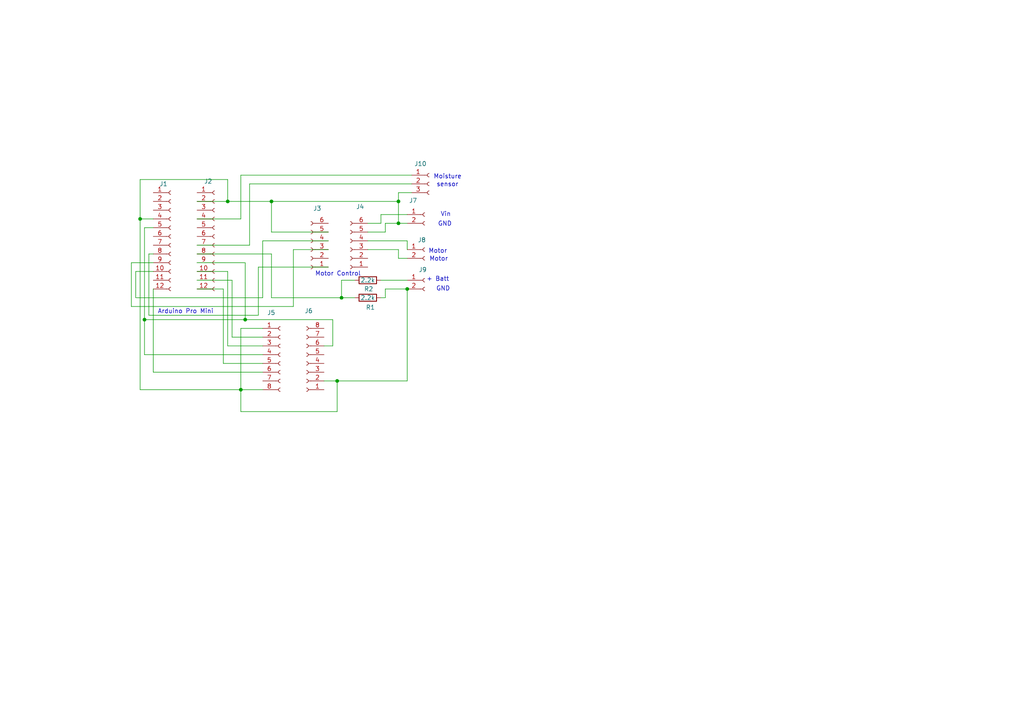
<source format=kicad_sch>
(kicad_sch (version 20231120) (generator "eeschema") (generator_version "8.0")
  (paper "A4")
  (lib_symbols
    (symbol "Connector:Conn_01x02_Socket" (pin_names (offset 1.016) hide)
      (property "Reference" "J" (at 0 2.54 0))
      (property "Value" "Conn_01x02_Socket" (at 0 -5.08 0))
      (symbol "Conn_01x02_Socket_1_1"
        (arc (start 0 -2.032) (mid -0.5058 -2.54) (end 0 -3.048) (stroke (width 0.1524)))
        (polyline (pts (xy -1.27 -2.54) (xy -0.508 -2.54)) (stroke (width 0.1524)))
        (polyline (pts (xy -1.27 0) (xy -0.508 0)) (stroke (width 0.1524)))
        (arc (start 0 0.508) (mid -0.5058 0) (end 0 -0.508) (stroke (width 0.1524)))
        (pin passive line (at -5.08 0 0) (length 3.81) (name "Pin_1") (number "1"))
        (pin passive line (at -5.08 -2.54 0) (length 3.81) (name "Pin_2") (number "2"))
      )
    )
    (symbol "Connector:Conn_01x03_Socket" (pin_names (offset 1.016) hide)
      (property "Reference" "J" (at 0 5.08 0))
      (property "Value" "Conn_01x03_Socket" (at 0 -5.08 0))
      (symbol "Conn_01x03_Socket_1_1"
        (arc (start 0 -2.032) (mid -0.5058 -2.54) (end 0 -3.048) (stroke (width 0.1524)))
        (polyline (pts (xy -1.27 -2.54) (xy -0.508 -2.54)) (stroke (width 0.1524)))
        (polyline (pts (xy -1.27 0) (xy -0.508 0)) (stroke (width 0.1524)))
        (polyline (pts (xy -1.27 2.54) (xy -0.508 2.54)) (stroke (width 0.1524)))
        (arc (start 0 0.508) (mid -0.5058 0) (end 0 -0.508) (stroke (width 0.1524)))
        (arc (start 0 3.048) (mid -0.5058 2.54) (end 0 2.032) (stroke (width 0.1524)))
        (pin passive line (at -5.08 2.54 0) (length 3.81) (name "Pin_1") (number "1"))
        (pin passive line (at -5.08 0 0) (length 3.81) (name "Pin_2") (number "2"))
        (pin passive line (at -5.08 -2.54 0) (length 3.81) (name "Pin_3") (number "3"))
      )
    )
    (symbol "Connector:Conn_01x06_Socket" (pin_names (offset 1.016) hide)
      (property "Reference" "J" (at 0 7.62 0))
      (property "Value" "Conn_01x06_Socket" (at 0 -10.16 0))
      (symbol "Conn_01x06_Socket_1_1"
        (arc (start 0 -7.112) (mid -0.5058 -7.62) (end 0 -8.128) (stroke (width 0.1524)))
        (arc (start 0 -4.572) (mid -0.5058 -5.08) (end 0 -5.588) (stroke (width 0.1524)))
        (arc (start 0 -2.032) (mid -0.5058 -2.54) (end 0 -3.048) (stroke (width 0.1524)))
        (polyline (pts (xy -1.27 -7.62) (xy -0.508 -7.62)) (stroke (width 0.1524)))
        (polyline (pts (xy -1.27 -5.08) (xy -0.508 -5.08)) (stroke (width 0.1524)))
        (polyline (pts (xy -1.27 -2.54) (xy -0.508 -2.54)) (stroke (width 0.1524)))
        (polyline (pts (xy -1.27 0) (xy -0.508 0)) (stroke (width 0.1524)))
        (polyline (pts (xy -1.27 2.54) (xy -0.508 2.54)) (stroke (width 0.1524)))
        (polyline (pts (xy -1.27 5.08) (xy -0.508 5.08)) (stroke (width 0.1524)))
        (arc (start 0 0.508) (mid -0.5058 0) (end 0 -0.508) (stroke (width 0.1524)))
        (arc (start 0 3.048) (mid -0.5058 2.54) (end 0 2.032) (stroke (width 0.1524)))
        (arc (start 0 5.588) (mid -0.5058 5.08) (end 0 4.572) (stroke (width 0.1524)))
        (pin passive line (at -5.08 5.08 0) (length 3.81) (name "Pin_1") (number "1"))
        (pin passive line (at -5.08 2.54 0) (length 3.81) (name "Pin_2") (number "2"))
        (pin passive line (at -5.08 0 0) (length 3.81) (name "Pin_3") (number "3"))
        (pin passive line (at -5.08 -2.54 0) (length 3.81) (name "Pin_4") (number "4"))
        (pin passive line (at -5.08 -5.08 0) (length 3.81) (name "Pin_5") (number "5"))
        (pin passive line (at -5.08 -7.62 0) (length 3.81) (name "Pin_6") (number "6"))
      )
    )
    (symbol "Connector:Conn_01x08_Socket" (pin_names (offset 1.016) hide)
      (property "Reference" "J" (at 0 10.16 0))
      (property "Value" "Conn_01x08_Socket" (at 0 -12.7 0))
      (symbol "Conn_01x08_Socket_1_1"
        (arc (start 0 -9.652) (mid -0.5058 -10.16) (end 0 -10.668) (stroke (width 0.1524)))
        (arc (start 0 -7.112) (mid -0.5058 -7.62) (end 0 -8.128) (stroke (width 0.1524)))
        (arc (start 0 -4.572) (mid -0.5058 -5.08) (end 0 -5.588) (stroke (width 0.1524)))
        (arc (start 0 -2.032) (mid -0.5058 -2.54) (end 0 -3.048) (stroke (width 0.1524)))
        (polyline (pts (xy -1.27 -10.16) (xy -0.508 -10.16)) (stroke (width 0.1524)))
        (polyline (pts (xy -1.27 -7.62) (xy -0.508 -7.62)) (stroke (width 0.1524)))
        (polyline (pts (xy -1.27 -5.08) (xy -0.508 -5.08)) (stroke (width 0.1524)))
        (polyline (pts (xy -1.27 -2.54) (xy -0.508 -2.54)) (stroke (width 0.1524)))
        (polyline (pts (xy -1.27 0) (xy -0.508 0)) (stroke (width 0.1524)))
        (polyline (pts (xy -1.27 2.54) (xy -0.508 2.54)) (stroke (width 0.1524)))
        (polyline (pts (xy -1.27 5.08) (xy -0.508 5.08)) (stroke (width 0.1524)))
        (polyline (pts (xy -1.27 7.62) (xy -0.508 7.62)) (stroke (width 0.1524)))
        (arc (start 0 0.508) (mid -0.5058 0) (end 0 -0.508) (stroke (width 0.1524)))
        (arc (start 0 3.048) (mid -0.5058 2.54) (end 0 2.032) (stroke (width 0.1524)))
        (arc (start 0 5.588) (mid -0.5058 5.08) (end 0 4.572) (stroke (width 0.1524)))
        (arc (start 0 8.128) (mid -0.5058 7.62) (end 0 7.112) (stroke (width 0.1524)))
        (pin passive line (at -5.08 7.62 0) (length 3.81) (name "Pin_1") (number "1"))
        (pin passive line (at -5.08 5.08 0) (length 3.81) (name "Pin_2") (number "2"))
        (pin passive line (at -5.08 2.54 0) (length 3.81) (name "Pin_3") (number "3"))
        (pin passive line (at -5.08 0 0) (length 3.81) (name "Pin_4") (number "4"))
        (pin passive line (at -5.08 -2.54 0) (length 3.81) (name "Pin_5") (number "5"))
        (pin passive line (at -5.08 -5.08 0) (length 3.81) (name "Pin_6") (number "6"))
        (pin passive line (at -5.08 -7.62 0) (length 3.81) (name "Pin_7") (number "7"))
        (pin passive line (at -5.08 -10.16 0) (length 3.81) (name "Pin_8") (number "8"))
      )
    )
    (symbol "Connector:Conn_01x12_Socket" (pin_names (offset 1.016) hide)
      (property "Reference" "J" (at 0 15.24 0))
      (property "Value" "Conn_01x12_Socket" (at 0 -17.78 0))
      (symbol "Conn_01x12_Socket_1_1"
        (arc (start 0 -14.732) (mid -0.5058 -15.24) (end 0 -15.748) (stroke (width 0.1524)))
        (arc (start 0 -12.192) (mid -0.5058 -12.7) (end 0 -13.208) (stroke (width 0.1524)))
        (arc (start 0 -9.652) (mid -0.5058 -10.16) (end 0 -10.668) (stroke (width 0.1524)))
        (arc (start 0 -7.112) (mid -0.5058 -7.62) (end 0 -8.128) (stroke (width 0.1524)))
        (arc (start 0 -4.572) (mid -0.5058 -5.08) (end 0 -5.588) (stroke (width 0.1524)))
        (arc (start 0 -2.032) (mid -0.5058 -2.54) (end 0 -3.048) (stroke (width 0.1524)))
        (polyline (pts (xy -1.27 -15.24) (xy -0.508 -15.24)) (stroke (width 0.1524)))
        (polyline (pts (xy -1.27 -12.7) (xy -0.508 -12.7)) (stroke (width 0.1524)))
        (polyline (pts (xy -1.27 -10.16) (xy -0.508 -10.16)) (stroke (width 0.1524)))
        (polyline (pts (xy -1.27 -7.62) (xy -0.508 -7.62)) (stroke (width 0.1524)))
        (polyline (pts (xy -1.27 -5.08) (xy -0.508 -5.08)) (stroke (width 0.1524)))
        (polyline (pts (xy -1.27 -2.54) (xy -0.508 -2.54)) (stroke (width 0.1524)))
        (polyline (pts (xy -1.27 0) (xy -0.508 0)) (stroke (width 0.1524)))
        (polyline (pts (xy -1.27 2.54) (xy -0.508 2.54)) (stroke (width 0.1524)))
        (polyline (pts (xy -1.27 5.08) (xy -0.508 5.08)) (stroke (width 0.1524)))
        (polyline (pts (xy -1.27 7.62) (xy -0.508 7.62)) (stroke (width 0.1524)))
        (polyline (pts (xy -1.27 10.16) (xy -0.508 10.16)) (stroke (width 0.1524)))
        (polyline (pts (xy -1.27 12.7) (xy -0.508 12.7)) (stroke (width 0.1524)))
        (arc (start 0 0.508) (mid -0.5058 0) (end 0 -0.508) (stroke (width 0.1524)))
        (arc (start 0 3.048) (mid -0.5058 2.54) (end 0 2.032) (stroke (width 0.1524)))
        (arc (start 0 5.588) (mid -0.5058 5.08) (end 0 4.572) (stroke (width 0.1524)))
        (arc (start 0 8.128) (mid -0.5058 7.62) (end 0 7.112) (stroke (width 0.1524)))
        (arc (start 0 10.668) (mid -0.5058 10.16) (end 0 9.652) (stroke (width 0.1524)))
        (arc (start 0 13.208) (mid -0.5058 12.7) (end 0 12.192) (stroke (width 0.1524)))
        (pin passive line (at -5.08 12.7 0) (length 3.81) (name "Pin_1") (number "1"))
        (pin passive line (at -5.08 -10.16 0) (length 3.81) (name "Pin_10") (number "10"))
        (pin passive line (at -5.08 -12.7 0) (length 3.81) (name "Pin_11") (number "11"))
        (pin passive line (at -5.08 -15.24 0) (length 3.81) (name "Pin_12") (number "12"))
        (pin passive line (at -5.08 10.16 0) (length 3.81) (name "Pin_2") (number "2"))
        (pin passive line (at -5.08 7.62 0) (length 3.81) (name "Pin_3") (number "3"))
        (pin passive line (at -5.08 5.08 0) (length 3.81) (name "Pin_4") (number "4"))
        (pin passive line (at -5.08 2.54 0) (length 3.81) (name "Pin_5") (number "5"))
        (pin passive line (at -5.08 0 0) (length 3.81) (name "Pin_6") (number "6"))
        (pin passive line (at -5.08 -2.54 0) (length 3.81) (name "Pin_7") (number "7"))
        (pin passive line (at -5.08 -5.08 0) (length 3.81) (name "Pin_8") (number "8"))
        (pin passive line (at -5.08 -7.62 0) (length 3.81) (name "Pin_9") (number "9"))
      )
    )
    (symbol "Device:R" (pin_numbers hide) (pin_names (offset 0))
      (property "Reference" "R" (at 2.032 0 90))
      (property "Value" "R" (at 0 0 90))
      (symbol "R_0_1"
        (rectangle (start -1.016 -2.54) (end 1.016 2.54) (stroke (width 0.254)))
      )
      (symbol "R_1_1"
        (pin passive line (at 0 3.81 270) (length 1.27) (name "~") (number "1"))
        (pin passive line (at 0 -3.81 90) (length 1.27) (name "~") (number "2"))
      )
    )
  )
  (junction (at 115.57 64.77))
  (junction (at 97.79 110.49))
  (junction (at 118.11 83.82))
  (junction (at 69.85 113.03))
  (junction (at 71.12 92.71))
  (junction (at 99.06 86.36))
  (junction (at 115.57 58.42))
  (junction (at 40.64 63.5))
  (junction (at 41.91 92.71))
  (junction (at 78.74 58.42))
  (junction (at 66.04 58.42))
  (wire (pts (xy 110.49 62.23) (xy 118.11 62.23)))
  (wire (pts (xy 115.57 55.88) (xy 115.57 58.42)))
  (wire (pts (xy 118.11 69.85) (xy 118.11 72.39)))
  (wire (pts (xy 57.15 71.12) (xy 72.39 71.12)))
  (wire (pts (xy 111.76 83.82) (xy 118.11 83.82)))
  (wire (pts (xy 96.52 92.71) (xy 96.52 100.33)))
  (wire (pts (xy 67.31 97.79) (xy 76.2 97.79)))
  (wire (pts (xy 72.39 53.34) (xy 119.38 53.34)))
  (wire (pts (xy 76.2 86.36) (xy 76.2 69.85)))
  (wire (pts (xy 111.76 86.36) (xy 111.76 83.82)))
  (wire (pts (xy 44.45 107.95) (xy 76.2 107.95)))
  (wire (pts (xy 38.1 88.9) (xy 85.09 88.9)))
  (wire (pts (xy 110.49 81.28) (xy 118.11 81.28)))
  (wire (pts (xy 78.74 58.42) (xy 115.57 58.42)))
  (wire (pts (xy 69.85 95.25) (xy 69.85 113.03)))
  (wire (pts (xy 85.09 88.9) (xy 85.09 72.39)))
  (wire (pts (xy 41.91 92.71) (xy 71.12 92.71)))
  (wire (pts (xy 72.39 71.12) (xy 72.39 53.34)))
  (wire (pts (xy 93.98 110.49) (xy 97.79 110.49)))
  (wire (pts (xy 67.31 81.28) (xy 67.31 97.79)))
  (wire (pts (xy 43.18 91.44) (xy 74.93 91.44)))
  (wire (pts (xy 44.45 63.5) (xy 40.64 63.5)))
  (wire (pts (xy 57.15 58.42) (xy 66.04 58.42)))
  (wire (pts (xy 115.57 72.39) (xy 115.57 74.93)))
  (wire (pts (xy 57.15 76.2) (xy 71.12 76.2)))
  (wire (pts (xy 43.18 73.66) (xy 43.18 91.44)))
  (wire (pts (xy 102.87 81.28) (xy 99.06 81.28)))
  (wire (pts (xy 39.37 78.74) (xy 39.37 86.36)))
  (wire (pts (xy 41.91 102.87) (xy 76.2 102.87)))
  (wire (pts (xy 85.09 72.39) (xy 95.25 72.39)))
  (wire (pts (xy 44.45 78.74) (xy 39.37 78.74)))
  (wire (pts (xy 119.38 55.88) (xy 115.57 55.88)))
  (wire (pts (xy 76.2 95.25) (xy 69.85 95.25)))
  (wire (pts (xy 78.74 58.42) (xy 78.74 67.31)))
  (wire (pts (xy 106.68 64.77) (xy 110.49 64.77)))
  (wire (pts (xy 66.04 58.42) (xy 78.74 58.42)))
  (wire (pts (xy 106.68 69.85) (xy 118.11 69.85)))
  (wire (pts (xy 96.52 100.33) (xy 93.98 100.33)))
  (wire (pts (xy 57.15 78.74) (xy 66.04 78.74)))
  (wire (pts (xy 69.85 119.38) (xy 97.79 119.38)))
  (wire (pts (xy 115.57 58.42) (xy 115.57 64.77)))
  (wire (pts (xy 97.79 110.49) (xy 118.11 110.49)))
  (wire (pts (xy 110.49 64.77) (xy 110.49 62.23)))
  (wire (pts (xy 71.12 76.2) (xy 71.12 92.71)))
  (wire (pts (xy 69.85 113.03) (xy 76.2 113.03)))
  (wire (pts (xy 110.49 86.36) (xy 111.76 86.36)))
  (wire (pts (xy 66.04 100.33) (xy 76.2 100.33)))
  (wire (pts (xy 41.91 66.04) (xy 41.91 92.71)))
  (wire (pts (xy 115.57 64.77) (xy 118.11 64.77)))
  (wire (pts (xy 39.37 86.36) (xy 76.2 86.36)))
  (wire (pts (xy 43.18 73.66) (xy 44.45 73.66)))
  (wire (pts (xy 57.15 81.28) (xy 67.31 81.28)))
  (wire (pts (xy 38.1 76.2) (xy 38.1 88.9)))
  (wire (pts (xy 118.11 110.49) (xy 118.11 83.82)))
  (wire (pts (xy 44.45 66.04) (xy 41.91 66.04)))
  (wire (pts (xy 106.68 67.31) (xy 111.76 67.31)))
  (wire (pts (xy 66.04 52.07) (xy 66.04 58.42)))
  (wire (pts (xy 57.15 63.5) (xy 69.85 63.5)))
  (wire (pts (xy 44.45 76.2) (xy 38.1 76.2)))
  (wire (pts (xy 41.91 92.71) (xy 41.91 102.87)))
  (wire (pts (xy 66.04 78.74) (xy 66.04 100.33)))
  (wire (pts (xy 69.85 113.03) (xy 69.85 119.38)))
  (wire (pts (xy 111.76 64.77) (xy 115.57 64.77)))
  (wire (pts (xy 40.64 63.5) (xy 40.64 52.07)))
  (wire (pts (xy 44.45 83.82) (xy 44.45 107.95)))
  (wire (pts (xy 74.93 77.47) (xy 95.25 77.47)))
  (wire (pts (xy 99.06 86.36) (xy 102.87 86.36)))
  (wire (pts (xy 40.64 52.07) (xy 66.04 52.07)))
  (wire (pts (xy 64.77 105.41) (xy 76.2 105.41)))
  (wire (pts (xy 97.79 110.49) (xy 97.79 119.38)))
  (wire (pts (xy 78.74 86.36) (xy 99.06 86.36)))
  (wire (pts (xy 74.93 91.44) (xy 74.93 77.47)))
  (wire (pts (xy 99.06 81.28) (xy 99.06 86.36)))
  (wire (pts (xy 40.64 113.03) (xy 69.85 113.03)))
  (wire (pts (xy 76.2 69.85) (xy 95.25 69.85)))
  (wire (pts (xy 69.85 63.5) (xy 69.85 50.8)))
  (wire (pts (xy 64.77 83.82) (xy 64.77 105.41)))
  (wire (pts (xy 78.74 73.66) (xy 78.74 86.36)))
  (wire (pts (xy 106.68 72.39) (xy 115.57 72.39)))
  (wire (pts (xy 71.12 92.71) (xy 96.52 92.71)))
  (wire (pts (xy 57.15 73.66) (xy 78.74 73.66)))
  (wire (pts (xy 115.57 74.93) (xy 118.11 74.93)))
  (wire (pts (xy 69.85 50.8) (xy 119.38 50.8)))
  (wire (pts (xy 111.76 67.31) (xy 111.76 64.77)))
  (wire (pts (xy 57.15 83.82) (xy 64.77 83.82)))
  (wire (pts (xy 78.74 67.31) (xy 95.25 67.31)))
  (wire (pts (xy 40.64 63.5) (xy 40.64 113.03)))
  (text "Motor Control" (at 98.044 79.502 0) (effects (font (size 1.27 1.27))))
  (text "Arduino Pro Mini" (at 53.848 90.424 0) (effects (font (size 1.27 1.27))))
  (text "Vin" (at 129.286 62.23 0) (effects (font (size 1.27 1.27))))
  (text "GND" (at 129.032 65.024 0) (effects (font (size 1.27 1.27))))
  (text "Motor" (at 127.254 75.184 0) (effects (font (size 1.27 1.27))))
  (text "sensor" (at 129.794 53.594 0) (effects (font (size 1.27 1.27))))
  (text "Moisture " (at 130.302 51.308 0) (effects (font (size 1.27 1.27))))
  (text "Motor" (at 127 72.898 0) (effects (font (size 1.27 1.27))))
  (text "GND" (at 128.524 83.82 0) (effects (font (size 1.27 1.27))))
  (text "+ Batt" (at 127 81.026 0) (effects (font (size 1.27 1.27))))
  (symbol (lib_id "Device:R") (at 106.68 81.28 270) (unit 1)
    (property "Reference" "R2" (at 106.934 83.82 90))
    (property "Value" "2.2k" (at 106.68 81.28 90))
    (property "Footprint" "Resistor_THT:R_Axial_DIN0309_L9.0mm_D3.2mm_P12.70mm_Horizontal" (effects (hide yes)))
    (property "Description" "Resistor" (effects (hide yes)))
  )
  (symbol (lib_id "Device:R") (at 106.68 86.36 90) (unit 1)
    (property "Reference" "R1" (at 107.442 89.154 90))
    (property "Value" "2.2k" (at 106.68 86.36 90))
    (property "Footprint" "Resistor_THT:R_Axial_DIN0309_L9.0mm_D3.2mm_P12.70mm_Horizontal" (effects (hide yes)))
    (property "Description" "Resistor" (effects (hide yes)))
  )
  (symbol (lib_id "Connector:Conn_01x12_Socket") (at 49.53 68.58 0) (unit 1)
    (property "Reference" "J1" (at 46.228 53.34 0) (effects (justify left)))
    (property "Value" "Conn_01x12_Socket" (effects (hide yes)))
    (property "Footprint" "Connector_PinSocket_2.54mm:PinSocket_1x12_P2.54mm_Vertical" (effects (hide yes)))
    (property "Description" "Generic connector, single row, 01x12, script generated" (effects (hide yes)))
  )
  (symbol (lib_id "Connector:Conn_01x12_Socket") (at 62.23 68.58 0) (unit 1)
    (property "Reference" "J2" (at 59.182 52.578 0) (effects (justify left)))
    (property "Value" "Conn_01x12_Socket" (effects (hide yes)))
    (property "Footprint" "Connector_PinSocket_2.54mm:PinSocket_1x12_P2.54mm_Vertical" (effects (hide yes)))
    (property "Description" "Generic connector, single row, 01x12, script generated" (effects (hide yes)))
  )
  (symbol (lib_id "Connector:Conn_01x02_Socket") (at 123.19 81.28 0) (unit 1)
    (property "Reference" "J9" (at 121.412 78.232 0) (effects (justify left)))
    (property "Value" "Conn_01x02_Socket" (effects (hide yes)))
    (property "Footprint" "Connector_PinHeader_2.54mm:PinHeader_1x02_P2.54mm_Vertical" (effects (hide yes)))
    (property "Description" "Generic connector, single row, 01x02, script generated" (effects (hide yes)))
  )
  (symbol (lib_id "Connector:Conn_01x02_Socket") (at 123.19 62.23 0) (unit 1)
    (property "Reference" "J7" (at 118.618 58.166 0) (effects (justify left)))
    (property "Value" "Conn_01x02_Socket" (effects (hide yes)))
    (property "Footprint" "Connector_PinHeader_2.54mm:PinHeader_1x02_P2.54mm_Vertical" (effects (hide yes)))
    (property "Description" "Generic connector, single row, 01x02, script generated" (effects (hide yes)))
  )
  (symbol (lib_id "Connector:Conn_01x08_Socket") (at 88.9 105.41 180) (unit 1)
    (property "Reference" "J6" (at 89.535 90.17 0))
    (property "Value" "Conn_01x08_Socket" (effects (hide yes)))
    (property "Footprint" "Connector_PinHeader_2.00mm:PinHeader_1x08_P2.00mm_Vertical" (effects (hide yes)))
    (property "Description" "Generic connector, single row, 01x08, script generated" (effects (hide yes)))
  )
  (symbol (lib_id "Connector:Conn_01x08_Socket") (at 81.28 102.87 0) (unit 1)
    (property "Reference" "J5" (at 77.47 90.678 0) (effects (justify left)))
    (property "Value" "Conn_01x08_Socket" (effects (hide yes)))
    (property "Footprint" "Connector_PinHeader_2.00mm:PinHeader_1x08_P2.00mm_Vertical" (effects (hide yes)))
    (property "Description" "Generic connector, single row, 01x08, script generated" (effects (hide yes)))
  )
  (symbol (lib_id "Connector:Conn_01x06_Socket") (at 90.17 72.39 180) (unit 1)
    (property "Reference" "J3" (at 93.218 60.452 0) (effects (justify left)))
    (property "Value" "Conn_01x06_Socket" (effects (hide yes)))
    (property "Footprint" "Connector_PinSocket_2.54mm:PinSocket_1x06_P2.54mm_Vertical" (effects (hide yes)))
    (property "Description" "Generic connector, single row, 01x06, script generated" (effects (hide yes)))
  )
  (symbol (lib_id "Connector:Conn_01x02_Socket") (at 123.19 72.39 0) (unit 1)
    (property "Reference" "J8" (at 121.158 69.596 0) (effects (justify left)))
    (property "Value" "Conn_01x02_Socket" (effects (hide yes)))
    (property "Footprint" "Connector_PinHeader_2.54mm:PinHeader_1x02_P2.54mm_Vertical" (effects (hide yes)))
    (property "Description" "Generic connector, single row, 01x02, script generated" (effects (hide yes)))
  )
  (symbol (lib_id "Connector:Conn_01x06_Socket") (at 101.6 72.39 180) (unit 1)
    (property "Reference" "J4" (at 105.664 59.944 0) (effects (justify left)))
    (property "Value" "Conn_01x06_Socket" (effects (hide yes)))
    (property "Footprint" "Connector_PinSocket_2.54mm:PinSocket_1x06_P2.54mm_Vertical" (effects (hide yes)))
    (property "Description" "Generic connector, single row, 01x06, script generated" (effects (hide yes)))
  )
  (symbol (lib_id "Connector:Conn_01x03_Socket") (at 124.46 53.34 0) (unit 1)
    (property "Reference" "J10" (at 120.142 47.498 0) (effects (justify left)))
    (property "Value" "Conn_01x03_Socket" (effects (hide yes)))
    (property "Footprint" "Connector_PinHeader_2.54mm:PinHeader_1x03_P2.54mm_Vertical" (effects (hide yes)))
    (property "Description" "Generic connector, single row, 01x03, script generated" (effects (hide yes)))
  )
)
</source>
